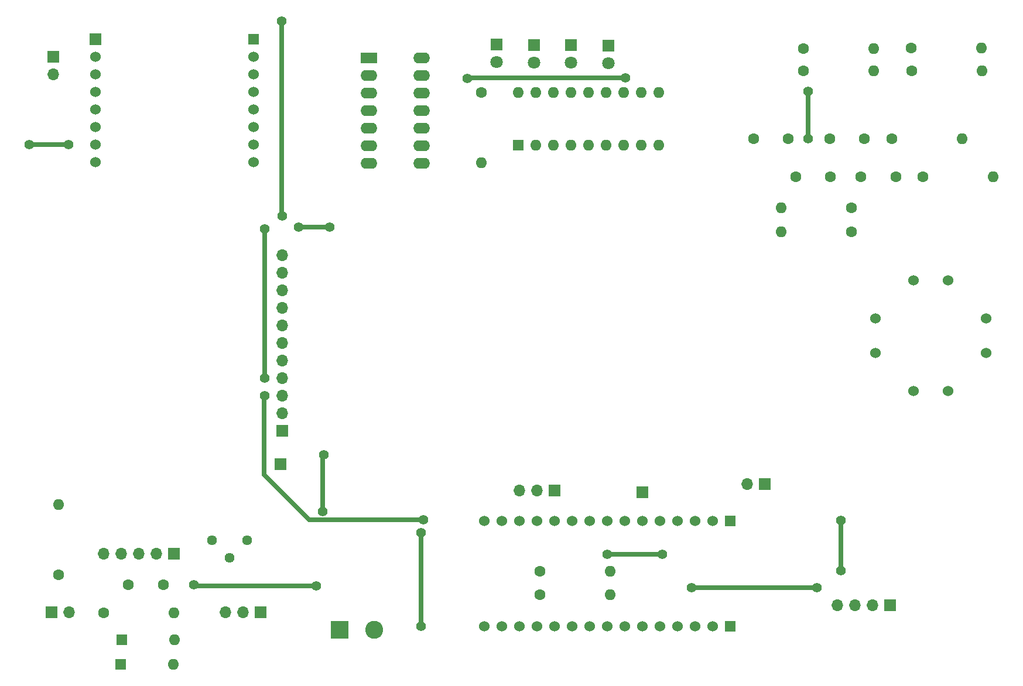
<source format=gbr>
%TF.GenerationSoftware,KiCad,Pcbnew,8.0.0*%
%TF.CreationDate,2024-03-14T23:06:46+01:00*%
%TF.ProjectId,Game_Board_v1,47616d65-5f42-46f6-9172-645f76312e6b,rev?*%
%TF.SameCoordinates,Original*%
%TF.FileFunction,Copper,L1,Top*%
%TF.FilePolarity,Positive*%
%FSLAX46Y46*%
G04 Gerber Fmt 4.6, Leading zero omitted, Abs format (unit mm)*
G04 Created by KiCad (PCBNEW 8.0.0) date 2024-03-14 23:06:46*
%MOMM*%
%LPD*%
G01*
G04 APERTURE LIST*
%TA.AperFunction,ComponentPad*%
%ADD10R,1.700000X1.700000*%
%TD*%
%TA.AperFunction,ComponentPad*%
%ADD11O,1.700000X1.700000*%
%TD*%
%TA.AperFunction,ComponentPad*%
%ADD12O,1.600000X1.600000*%
%TD*%
%TA.AperFunction,ComponentPad*%
%ADD13R,1.600000X1.600000*%
%TD*%
%TA.AperFunction,ComponentPad*%
%ADD14R,1.530000X1.530000*%
%TD*%
%TA.AperFunction,ComponentPad*%
%ADD15C,1.530000*%
%TD*%
%TA.AperFunction,ComponentPad*%
%ADD16C,1.600000*%
%TD*%
%TA.AperFunction,ComponentPad*%
%ADD17C,1.440000*%
%TD*%
%TA.AperFunction,ComponentPad*%
%ADD18C,1.524000*%
%TD*%
%TA.AperFunction,ComponentPad*%
%ADD19R,1.800000X1.800000*%
%TD*%
%TA.AperFunction,ComponentPad*%
%ADD20C,1.800000*%
%TD*%
%TA.AperFunction,ComponentPad*%
%ADD21R,2.400000X1.600000*%
%TD*%
%TA.AperFunction,ComponentPad*%
%ADD22O,2.400000X1.600000*%
%TD*%
%TA.AperFunction,ComponentPad*%
%ADD23R,2.600000X2.600000*%
%TD*%
%TA.AperFunction,ComponentPad*%
%ADD24C,2.600000*%
%TD*%
%TA.AperFunction,ComponentPad*%
%ADD25R,1.676400X1.676400*%
%TD*%
%TA.AperFunction,ComponentPad*%
%ADD26R,1.524000X1.524000*%
%TD*%
%TA.AperFunction,ViaPad*%
%ADD27C,1.400000*%
%TD*%
%TA.AperFunction,Conductor*%
%ADD28C,0.700000*%
%TD*%
G04 APERTURE END LIST*
D10*
%TO.P,J11,1,Pin_1*%
%TO.N,nRF_RS*%
X138150000Y-71610000D03*
D11*
%TO.P,J11,2,Pin_2*%
%TO.N,nRF_CS*%
X138150000Y-74150000D03*
%TD*%
D10*
%TO.P,J10,1,Pin_1*%
%TO.N,nRF_CS_t*%
X241025000Y-133475000D03*
D11*
%TO.P,J10,2,Pin_2*%
%TO.N,nRF_RS_t*%
X238485000Y-133475000D03*
%TD*%
D10*
%TO.P,J9,1,Pin_1*%
%TO.N,SD_CS_t*%
X223300000Y-134600000D03*
%TD*%
%TO.P,J8,1,Pin_1*%
%TO.N,SD_CS*%
X171000000Y-130550000D03*
%TD*%
%TO.P,J7,1,Pin_1*%
%TO.N,LCD_DC_t*%
X210575000Y-134425000D03*
D11*
%TO.P,J7,2,Pin_2*%
%TO.N,LCD_RES_t*%
X208035000Y-134425000D03*
%TO.P,J7,3,Pin_3*%
%TO.N,LCD_CS_t*%
X205495000Y-134425000D03*
%TD*%
D12*
%TO.P,U3,18,VDD*%
%TO.N,3.3V*%
X205390000Y-76850000D03*
%TO.P,U3,17,GP7*%
%TO.N,LED4*%
X207930000Y-76850000D03*
%TO.P,U3,16,GP6*%
%TO.N,LED3*%
X210470000Y-76850000D03*
%TO.P,U3,15,GP5*%
%TO.N,LED2*%
X213010000Y-76850000D03*
%TO.P,U3,14,GP4*%
%TO.N,LED1*%
X215550000Y-76850000D03*
%TO.P,U3,13,GP3*%
%TO.N,SW4*%
X218090000Y-76850000D03*
%TO.P,U3,12,GP2*%
%TO.N,SW3*%
X220630000Y-76850000D03*
%TO.P,U3,11,GP1*%
%TO.N,SW2*%
X223170000Y-76850000D03*
%TO.P,U3,10,GP0*%
%TO.N,SW1*%
X225710000Y-76850000D03*
%TO.P,U3,9,VSS*%
%TO.N,GND*%
X225710000Y-84470000D03*
%TO.P,U3,8,INT*%
%TO.N,EXP_INT*%
X223170000Y-84470000D03*
%TO.P,U3,7,NC*%
%TO.N,unconnected-(U3-NC-Pad7)*%
X220630000Y-84470000D03*
%TO.P,U3,6,~{RESET}*%
%TO.N,Net-(U3-~{RESET})*%
X218090000Y-84470000D03*
%TO.P,U3,5,A0*%
%TO.N,GND*%
X215550000Y-84470000D03*
%TO.P,U3,4,A1*%
X213010000Y-84470000D03*
%TO.P,U3,3,A2*%
X210470000Y-84470000D03*
%TO.P,U3,2,SDA*%
%TO.N,SDA*%
X207930000Y-84470000D03*
D13*
%TO.P,U3,1,SCL*%
%TO.N,SCL*%
X205390000Y-84470000D03*
%TD*%
D14*
%TO.P,U1,CN3_1,PA9*%
%TO.N,nRF_CS_t*%
X236000000Y-138760000D03*
D15*
%TO.P,U1,CN3_2,PA10*%
%TO.N,nRF_RS_t*%
X233460000Y-138760000D03*
%TO.P,U1,CN3_3,NRST_CN3*%
%TO.N,unconnected-(U1A-NRST_CN3-PadCN3_3)*%
X230920000Y-138760000D03*
%TO.P,U1,CN3_4,GND_CN3*%
%TO.N,GND*%
X228380000Y-138760000D03*
%TO.P,U1,CN3_5,PA12*%
%TO.N,EX_nRF_INT*%
X225840000Y-138760000D03*
%TO.P,U1,CN3_6,PB0*%
%TO.N,SD_CS_t*%
X223300000Y-138760000D03*
%TO.P,U1,CN3_7,PB7*%
%TO.N,SDA*%
X220760000Y-138760000D03*
%TO.P,U1,CN3_8,PB6*%
%TO.N,SCL*%
X218220000Y-138760000D03*
%TO.P,U1,CN3_9,PB1*%
%TO.N,LCD_DC_t*%
X215680000Y-138760000D03*
%TO.P,U1,CN3_10,PC14*%
%TO.N,unconnected-(U1A-PC14-PadCN3_10)*%
X213140000Y-138760000D03*
%TO.P,U1,CN3_11,PC15*%
%TO.N,unconnected-(U1A-PC15-PadCN3_11)*%
X210600000Y-138760000D03*
%TO.P,U1,CN3_12,PA8*%
%TO.N,LCD_RES_t*%
X208060000Y-138760000D03*
%TO.P,U1,CN3_13,PA11*%
%TO.N,LCD_CS_t*%
X205520000Y-138760000D03*
%TO.P,U1,CN3_14,PB5*%
%TO.N,MOSI*%
X202980000Y-138760000D03*
%TO.P,U1,CN3_15,PB4*%
%TO.N,MISO*%
X200440000Y-138760000D03*
D14*
%TO.P,U1,CN4_1,VIN*%
%TO.N,Vin*%
X236000000Y-154000000D03*
D15*
%TO.P,U1,CN4_2,GND_CN4*%
%TO.N,GND*%
X233460000Y-154000000D03*
%TO.P,U1,CN4_3,NRST_CN4*%
%TO.N,unconnected-(U1B-NRST_CN4-PadCN4_3)*%
X230920000Y-154000000D03*
%TO.P,U1,CN4_4,+5V*%
%TO.N,5V*%
X228380000Y-154000000D03*
%TO.P,U1,CN4_5,PA2*%
%TO.N,unconnected-(U1B-PA2-PadCN4_5)*%
X225840000Y-154000000D03*
%TO.P,U1,CN4_6,PA7*%
%TO.N,AN_OUT*%
X223300000Y-154000000D03*
%TO.P,U1,CN4_7,PA6*%
%TO.N,unconnected-(U1B-PA6-PadCN4_7)*%
X220760000Y-154000000D03*
%TO.P,U1,CN4_8,PA5*%
%TO.N,unconnected-(U1B-PA5-PadCN4_8)*%
X218220000Y-154000000D03*
%TO.P,U1,CN4_9,PA4*%
%TO.N,JOYSW*%
X215680000Y-154000000D03*
%TO.P,U1,CN4_10,PA3*%
%TO.N,unconnected-(U1B-PA3-PadCN4_10)*%
X213140000Y-154000000D03*
%TO.P,U1,CN4_11,PA1*%
%TO.N,JOYY*%
X210600000Y-154000000D03*
%TO.P,U1,CN4_12,PA0*%
%TO.N,JOYX*%
X208060000Y-154000000D03*
%TO.P,U1,CN4_13,AREF*%
%TO.N,unconnected-(U1B-AREF-PadCN4_13)*%
X205520000Y-154000000D03*
%TO.P,U1,CN4_14,+3V3*%
%TO.N,3.3V*%
X202980000Y-154000000D03*
%TO.P,U1,CN4_15,PB3*%
%TO.N,SCK*%
X200440000Y-154000000D03*
%TD*%
D16*
%TO.P,R10,1*%
%TO.N,Net-(D6-K)*%
X262140000Y-70400000D03*
D12*
%TO.P,R10,2*%
%TO.N,GND*%
X272300000Y-70400000D03*
%TD*%
D10*
%TO.P,J6,1,Pin_1*%
%TO.N,SCL*%
X259080000Y-151000000D03*
D11*
%TO.P,J6,2,Pin_2*%
%TO.N,SDA*%
X256540000Y-151000000D03*
%TO.P,J6,3,Pin_3*%
%TO.N,5V*%
X254000000Y-151000000D03*
%TO.P,J6,4,Pin_4*%
%TO.N,GND*%
X251460000Y-151000000D03*
%TD*%
D17*
%TO.P,RV1,1,1*%
%TO.N,3.3V*%
X161050000Y-141600000D03*
%TO.P,RV1,2,2*%
%TO.N,POT_OUT*%
X163590000Y-144140000D03*
%TO.P,RV1,3,3*%
%TO.N,GND*%
X166130000Y-141600000D03*
%TD*%
D13*
%TO.P,D2,1,K*%
%TO.N,AN_IN*%
X148000000Y-156000000D03*
D12*
%TO.P,D2,2,A*%
%TO.N,GND*%
X155620000Y-156000000D03*
%TD*%
D16*
%TO.P,C5,1*%
%TO.N,3.3V*%
X154000000Y-148000000D03*
%TO.P,C5,2*%
%TO.N,JOYSW*%
X149000000Y-148000000D03*
%TD*%
%TO.P,C4,1*%
%TO.N,3.3V*%
X250500000Y-89000000D03*
%TO.P,C4,2*%
%TO.N,SW4*%
X245500000Y-89000000D03*
%TD*%
%TO.P,R8,1*%
%TO.N,Net-(D4-K)*%
X246575000Y-70475000D03*
D12*
%TO.P,R8,2*%
%TO.N,GND*%
X256735000Y-70475000D03*
%TD*%
D16*
%TO.P,R3,1*%
%TO.N,Net-(J3-Pin_2)*%
X145420000Y-152080000D03*
D12*
%TO.P,R3,2*%
%TO.N,AN_IN*%
X155580000Y-152080000D03*
%TD*%
D18*
%TO.P,SW3,1,1*%
%TO.N,3.3V*%
X257000000Y-114500000D03*
%TO.P,SW3,2,2*%
%TO.N,SW3*%
X257000000Y-109500000D03*
%TD*%
D16*
%TO.P,R12,1*%
%TO.N,3.3V*%
X208490000Y-149450000D03*
D12*
%TO.P,R12,2*%
%TO.N,SDA*%
X218650000Y-149450000D03*
%TD*%
D18*
%TO.P,SW2,1,1*%
%TO.N,3.3V*%
X273000000Y-114500000D03*
%TO.P,SW2,2,2*%
%TO.N,SW2*%
X273000000Y-109500000D03*
%TD*%
D16*
%TO.P,R7,1*%
%TO.N,Net-(D3-K)*%
X246575000Y-73675000D03*
D12*
%TO.P,R7,2*%
%TO.N,GND*%
X256735000Y-73675000D03*
%TD*%
D19*
%TO.P,D5,1,K*%
%TO.N,Net-(D5-K)*%
X207635000Y-69920000D03*
D20*
%TO.P,D5,2,A*%
%TO.N,LED3*%
X207635000Y-72460000D03*
%TD*%
D13*
%TO.P,D1,1,K*%
%TO.N,3.3V*%
X147880000Y-159500000D03*
D12*
%TO.P,D1,2,A*%
%TO.N,AN_IN*%
X155500000Y-159500000D03*
%TD*%
D10*
%TO.P,J1,1,Pin_1*%
%TO.N,SD_CS*%
X171200000Y-125730000D03*
D11*
%TO.P,J1,2,Pin_2*%
%TO.N,MOSI*%
X171200000Y-123190000D03*
%TO.P,J1,3,Pin_3*%
%TO.N,SCK*%
X171200000Y-120650000D03*
%TO.P,J1,4,Pin_4*%
%TO.N,MISO*%
X171200000Y-118110000D03*
%TO.P,J1,5,Pin_5*%
%TO.N,LCD_CS*%
X171200000Y-115570000D03*
%TO.P,J1,6,Pin_6*%
%TO.N,LCD_RES*%
X171200000Y-113030000D03*
%TO.P,J1,7,Pin_7*%
%TO.N,LCD_DC*%
X171200000Y-110490000D03*
%TO.P,J1,8,Pin_8*%
%TO.N,MOSI*%
X171200000Y-107950000D03*
%TO.P,J1,9,Pin_9*%
%TO.N,SCK*%
X171200000Y-105410000D03*
%TO.P,J1,10,Pin_10*%
%TO.N,GND*%
X171200000Y-102870000D03*
%TO.P,J1,11,Pin_11*%
%TO.N,3.3V*%
X171200000Y-100330000D03*
%TD*%
D16*
%TO.P,R5,1*%
%TO.N,SW4*%
X253500000Y-97000000D03*
D12*
%TO.P,R5,2*%
%TO.N,GND*%
X243340000Y-97000000D03*
%TD*%
D16*
%TO.P,R9,1*%
%TO.N,Net-(D5-K)*%
X262240000Y-73650000D03*
D12*
%TO.P,R9,2*%
%TO.N,GND*%
X272400000Y-73650000D03*
%TD*%
D16*
%TO.P,R11,1*%
%TO.N,3.3V*%
X208490000Y-146100000D03*
D12*
%TO.P,R11,2*%
%TO.N,SCL*%
X218650000Y-146100000D03*
%TD*%
D16*
%TO.P,C2,1*%
%TO.N,3.3V*%
X250420000Y-83500000D03*
%TO.P,C2,2*%
%TO.N,SW2*%
X255420000Y-83500000D03*
%TD*%
D10*
%TO.P,J3,1,Pin_1*%
%TO.N,GND*%
X137900000Y-152000000D03*
D11*
%TO.P,J3,2,Pin_2*%
%TO.N,Net-(J3-Pin_2)*%
X140440000Y-152000000D03*
%TD*%
D16*
%TO.P,R6,1*%
%TO.N,JOYSW*%
X138920000Y-146580000D03*
D12*
%TO.P,R6,2*%
%TO.N,GND*%
X138920000Y-136420000D03*
%TD*%
D16*
%TO.P,R1,1*%
%TO.N,SW1*%
X263840000Y-89000000D03*
D12*
%TO.P,R1,2*%
%TO.N,GND*%
X274000000Y-89000000D03*
%TD*%
D16*
%TO.P,R4,1*%
%TO.N,SW3*%
X253500000Y-93500000D03*
D12*
%TO.P,R4,2*%
%TO.N,GND*%
X243340000Y-93500000D03*
%TD*%
%TO.P,R13,2*%
%TO.N,Net-(U3-~{RESET})*%
X200010000Y-87010000D03*
D16*
%TO.P,R13,1*%
%TO.N,3.3V*%
X200010000Y-76850000D03*
%TD*%
D18*
%TO.P,SW4,1,1*%
%TO.N,3.3V*%
X267500000Y-120000000D03*
%TO.P,SW4,2,2*%
%TO.N,SW4*%
X262500000Y-120000000D03*
%TD*%
D19*
%TO.P,D6,1,K*%
%TO.N,Net-(D6-K)*%
X202200000Y-69860000D03*
D20*
%TO.P,D6,2,A*%
%TO.N,LED4*%
X202200000Y-72400000D03*
%TD*%
D16*
%TO.P,R2,1*%
%TO.N,SW2*%
X259340000Y-83500000D03*
D12*
%TO.P,R2,2*%
%TO.N,GND*%
X269500000Y-83500000D03*
%TD*%
D21*
%TO.P,U2,1*%
%TO.N,N/C*%
X183780000Y-71840000D03*
D22*
%TO.P,U2,2*%
X183780000Y-74380000D03*
%TO.P,U2,3*%
X183780000Y-76920000D03*
%TO.P,U2,4*%
X183780000Y-79460000D03*
%TO.P,U2,5*%
X183780000Y-82000000D03*
%TO.P,U2,6*%
X183780000Y-84540000D03*
%TO.P,U2,7,VSS*%
%TO.N,GND*%
X183780000Y-87080000D03*
%TO.P,U2,8*%
%TO.N,N/C*%
X191400000Y-87080000D03*
%TO.P,U2,9*%
X191400000Y-84540000D03*
%TO.P,U2,10*%
X191400000Y-82000000D03*
%TO.P,U2,11*%
%TO.N,EX_nRF_INT*%
X191400000Y-79460000D03*
%TO.P,U2,12*%
%TO.N,nRF_INT*%
X191400000Y-76920000D03*
%TO.P,U2,13*%
%TO.N,EXP_INT*%
X191400000Y-74380000D03*
%TO.P,U2,14,VDD*%
%TO.N,3.3V*%
X191400000Y-71840000D03*
%TD*%
D10*
%TO.P,J2,1,Pin_1*%
%TO.N,3.3V*%
X155600000Y-143500000D03*
D11*
%TO.P,J2,2,Pin_2*%
%TO.N,GND*%
X153060000Y-143500000D03*
%TO.P,J2,3,Pin_3*%
%TO.N,JOYX*%
X150520000Y-143500000D03*
%TO.P,J2,4,Pin_4*%
%TO.N,JOYY*%
X147980000Y-143500000D03*
%TO.P,J2,5,Pin_5*%
%TO.N,JOYSW*%
X145440000Y-143500000D03*
%TD*%
D18*
%TO.P,SW1,1,1*%
%TO.N,3.3V*%
X262500000Y-104000000D03*
%TO.P,SW1,2,2*%
%TO.N,SW1*%
X267500000Y-104000000D03*
%TD*%
D19*
%TO.P,D4,1,K*%
%TO.N,Net-(D4-K)*%
X213000000Y-69920000D03*
D20*
%TO.P,D4,2,A*%
%TO.N,LED2*%
X213000000Y-72460000D03*
%TD*%
D23*
%TO.P,J5,1,Pin_1*%
%TO.N,GND*%
X179500000Y-154500000D03*
D24*
%TO.P,J5,2,Pin_2*%
%TO.N,Vin*%
X184500000Y-154500000D03*
%TD*%
D19*
%TO.P,D3,1,K*%
%TO.N,Net-(D3-K)*%
X218400000Y-70060000D03*
D20*
%TO.P,D3,2,A*%
%TO.N,LED1*%
X218400000Y-72600000D03*
%TD*%
D16*
%TO.P,C1,1*%
%TO.N,3.3V*%
X254920000Y-89000000D03*
%TO.P,C1,2*%
%TO.N,SW1*%
X259920000Y-89000000D03*
%TD*%
D25*
%TO.P,CON1,P1,AN*%
%TO.N,unconnected-(CON1-AN-PadP1)*%
X144240000Y-69100000D03*
D18*
%TO.P,CON1,P2,RST*%
%TO.N,nRF_RS*%
X144240000Y-71640000D03*
%TO.P,CON1,P3,CS*%
%TO.N,nRF_CS*%
X144240000Y-74180000D03*
%TO.P,CON1,P4,SCK*%
%TO.N,SCK*%
X144240000Y-76720000D03*
%TO.P,CON1,P5,MISO*%
%TO.N,MISO*%
X144240000Y-79260000D03*
%TO.P,CON1,P6,MOSI*%
%TO.N,MOSI*%
X144240000Y-81800000D03*
%TO.P,CON1,P7,3V3*%
%TO.N,3.3V*%
X144240000Y-84340000D03*
%TO.P,CON1,P8,GND1*%
%TO.N,GND*%
X144240000Y-86880000D03*
%TO.P,CON1,P9,GND2*%
X167100000Y-86880000D03*
%TO.P,CON1,P10,5V*%
%TO.N,unconnected-(CON1-5V-PadP10)*%
X167100000Y-84340000D03*
%TO.P,CON1,P11,SDA*%
%TO.N,unconnected-(CON1-SDA-PadP11)*%
X167100000Y-81800000D03*
%TO.P,CON1,P12,SCL*%
%TO.N,unconnected-(CON1-SCL-PadP12)*%
X167100000Y-79260000D03*
%TO.P,CON1,P13,RX*%
%TO.N,unconnected-(CON1-RX-PadP13)*%
X167100000Y-76720000D03*
%TO.P,CON1,P14,TX*%
%TO.N,unconnected-(CON1-TX-PadP14)*%
X167100000Y-74180000D03*
%TO.P,CON1,P15,INT*%
%TO.N,nRF_INT*%
X167100000Y-71640000D03*
D26*
%TO.P,CON1,P16,PWM*%
%TO.N,unconnected-(CON1-PWM-PadP16)*%
X167100000Y-69100000D03*
%TD*%
D10*
%TO.P,J4,1,Pin_1*%
%TO.N,POT_OUT*%
X168080000Y-152000000D03*
D11*
%TO.P,J4,2,Pin_2*%
%TO.N,AN_OUT*%
X165540000Y-152000000D03*
%TO.P,J4,3,Pin_3*%
%TO.N,AN_IN*%
X163000000Y-152000000D03*
%TD*%
D16*
%TO.P,C3,1*%
%TO.N,3.3V*%
X244400000Y-83500000D03*
%TO.P,C3,2*%
%TO.N,SW3*%
X239400000Y-83500000D03*
%TD*%
D27*
%TO.N,GND*%
X178050000Y-96250000D03*
X173600000Y-96300000D03*
%TO.N,5V*%
X230400000Y-148400000D03*
X248500000Y-148400000D03*
%TO.N,3.3V*%
X140350000Y-84340000D03*
X134640000Y-84340000D03*
X197950000Y-74750000D03*
X220850000Y-74700000D03*
X171150000Y-66500000D03*
X171200000Y-94700000D03*
X158450000Y-148050000D03*
X176100000Y-148150000D03*
%TO.N,MISO*%
X191600000Y-138650000D03*
X168650000Y-120700000D03*
X168650000Y-96500000D03*
X168650000Y-118110000D03*
%TO.N,3.3V*%
X247300000Y-76650000D03*
X247300000Y-83500000D03*
%TO.N,SCK*%
X177250000Y-129200000D03*
X177100000Y-137400000D03*
X191300000Y-140450000D03*
X191300000Y-154000000D03*
%TO.N,SDA*%
X252000000Y-146000000D03*
X252000000Y-138700000D03*
%TO.N,SCL*%
X218200000Y-143600000D03*
X226200000Y-143600000D03*
%TD*%
D28*
%TO.N,SCK*%
X177050000Y-129400000D02*
X177050000Y-137350000D01*
X177250000Y-129200000D02*
X177050000Y-129400000D01*
X177050000Y-137350000D02*
X177100000Y-137400000D01*
%TO.N,GND*%
X178000000Y-96300000D02*
X178050000Y-96250000D01*
X173600000Y-96300000D02*
X178000000Y-96300000D01*
%TO.N,3.3V*%
X171150000Y-94650000D02*
X171150000Y-66500000D01*
X171200000Y-94700000D02*
X171150000Y-94650000D01*
%TO.N,MISO*%
X168600000Y-120750000D02*
X168650000Y-120700000D01*
X168600000Y-132100000D02*
X168600000Y-120750000D01*
X175100000Y-138600000D02*
X168600000Y-132100000D01*
X191550000Y-138600000D02*
X175100000Y-138600000D01*
X191600000Y-138650000D02*
X191550000Y-138600000D01*
X168650000Y-118110000D02*
X168650000Y-96500000D01*
%TO.N,5V*%
X248500000Y-148400000D02*
X230400000Y-148400000D01*
%TO.N,3.3V*%
X134640000Y-84340000D02*
X140350000Y-84340000D01*
X247300000Y-76650000D02*
X247300000Y-83500000D01*
X198000000Y-74700000D02*
X197950000Y-74750000D01*
X220850000Y-74700000D02*
X198000000Y-74700000D01*
%TO.N,SCK*%
X191300000Y-154000000D02*
X191300000Y-140450000D01*
%TO.N,3.3V*%
X158550000Y-148150000D02*
X158450000Y-148050000D01*
X176100000Y-148150000D02*
X158550000Y-148150000D01*
%TO.N,SDA*%
X252000000Y-146000000D02*
X252000000Y-138700000D01*
%TO.N,SCL*%
X226200000Y-143600000D02*
X218200000Y-143600000D01*
%TD*%
M02*

</source>
